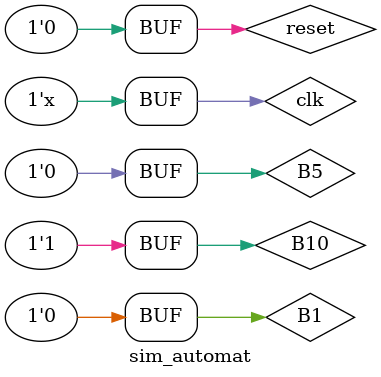
<source format=v>
`timescale 1ns / 1ps

module sim_automat();
    reg clk, reset, B1, B5, B10;
    wire SUC, REST1, REST5;

    always #25 clk = ~clk;

    automat autom(clk, reset, B1, B5, B10, SUC, REST1, REST5);
    
    initial begin
        clk = 0; reset = 1;
        #25 reset = 0; 
        #25 B1 = 1; B5 = 0; B10 = 0;
        #50 B1 = 1; B5 = 0; B10 = 0;
        #50 B1 = 1; B5 = 0; B10 = 0;
        #75 B1 = 0; B5 = 1; B10 = 0;
        #150 B1 = 0; B5 = 0; B10 = 1;
        #200 B1 = 0; B5 = 1; B10 = 0;
        #150 reset = 1; B1 = 0; B5 = 0; B10 = 0;
        #125 reset = 0; B1 = 0; B5 = 0; B10 = 1;
    end

endmodule

</source>
